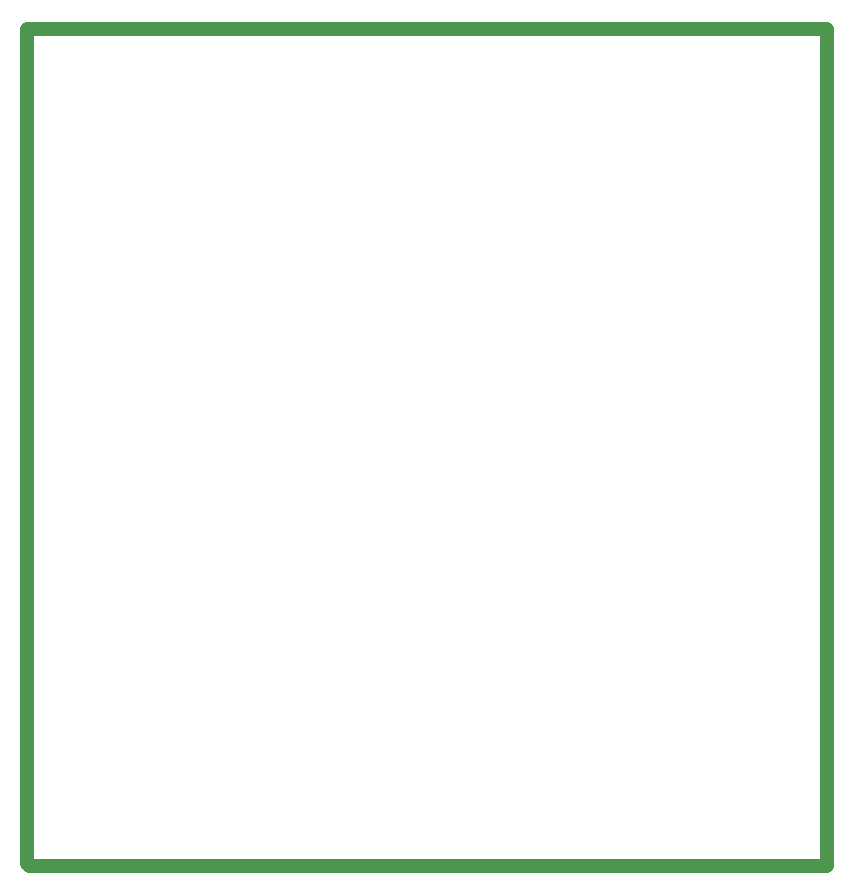
<source format=gto>
%FSTAX23Y23*%
%MOIN*%
%SFA1B1*%

%IPPOS*%
%ADD10C,0.047244*%
%LNbinbot_board_up-1*%
%LPD*%
G54D10*
X02665Y-0279D02*
Y0D01*
X0Y-02785D02*
Y0D01*
X02665*
X00005Y-0279D02*
X02665D01*
M02*
</source>
